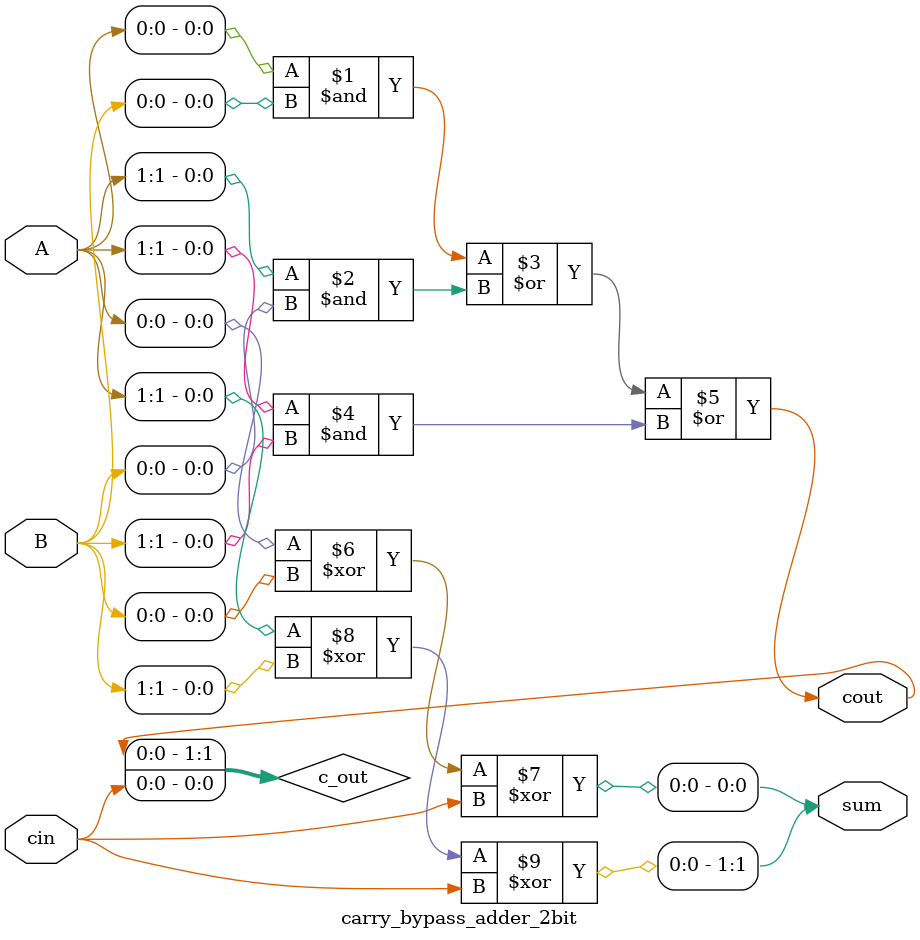
<source format=v>
`timescale 1ns / 1ps


module carry_bypass_adder_2bit(
    input [1:0] A,
    input [1:0] B,
    input cin,
    output [1:0] sum,
    output cout
);

wire [1:0] c_out;
wire [1:0] s_wire;

assign c_out[0] = cin;
assign c_out[1] = (A[0] & B[0]) | (A[1] & B[0]) | (A[1] & B[1]);
assign sum[0] = A[0] ^ B[0] ^ cin;
assign sum[1] = A[1] ^ B[1] ^ c_out[0];

assign cout = c_out[1];

endmodule


</source>
